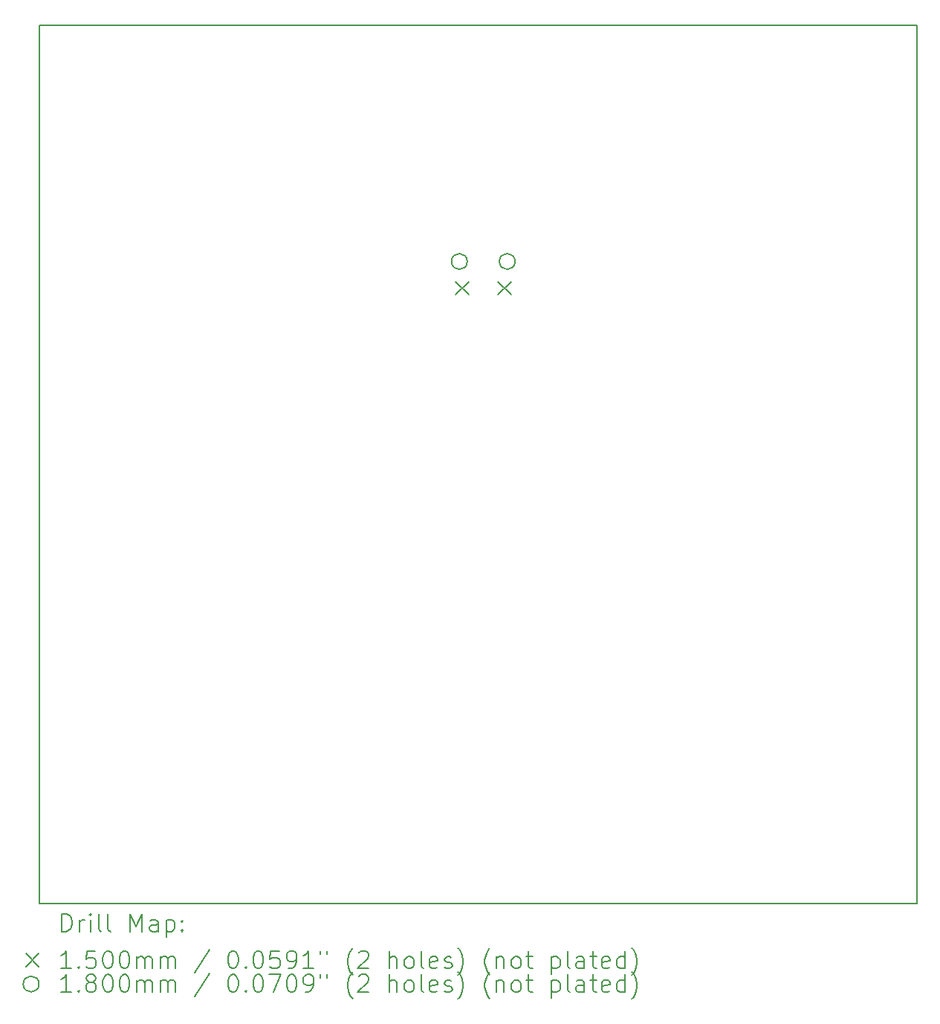
<source format=gbr>
%TF.GenerationSoftware,KiCad,Pcbnew,7.0.11+dfsg-1build4*%
%TF.CreationDate,2025-01-09T21:07:45-06:00*%
%TF.ProjectId,MCTheremin,4d435468-6572-4656-9d69-6e2e6b696361,rev?*%
%TF.SameCoordinates,Original*%
%TF.FileFunction,Drillmap*%
%TF.FilePolarity,Positive*%
%FSLAX45Y45*%
G04 Gerber Fmt 4.5, Leading zero omitted, Abs format (unit mm)*
G04 Created by KiCad (PCBNEW 7.0.11+dfsg-1build4) date 2025-01-09 21:07:45*
%MOMM*%
%LPD*%
G01*
G04 APERTURE LIST*
%ADD10C,0.150000*%
%ADD11C,0.200000*%
%ADD12C,0.180000*%
G04 APERTURE END LIST*
D10*
X5000000Y-15000000D02*
X5000000Y-5000000D01*
X15000000Y-15000000D02*
X5000000Y-15000000D01*
X5000000Y-5000000D02*
X15000000Y-5000000D01*
X15000000Y-5000000D02*
X15000000Y-15000000D01*
D11*
D10*
X9737500Y-7919300D02*
X9887500Y-8069300D01*
X9887500Y-7919300D02*
X9737500Y-8069300D01*
X10222500Y-7919300D02*
X10372500Y-8069300D01*
X10372500Y-7919300D02*
X10222500Y-8069300D01*
D12*
X9872500Y-7691300D02*
G75*
G03*
X9692500Y-7691300I-90000J0D01*
G01*
X9692500Y-7691300D02*
G75*
G03*
X9872500Y-7691300I90000J0D01*
G01*
X10417500Y-7691300D02*
G75*
G03*
X10237500Y-7691300I-90000J0D01*
G01*
X10237500Y-7691300D02*
G75*
G03*
X10417500Y-7691300I90000J0D01*
G01*
D11*
X5253277Y-15318984D02*
X5253277Y-15118984D01*
X5253277Y-15118984D02*
X5300896Y-15118984D01*
X5300896Y-15118984D02*
X5329467Y-15128508D01*
X5329467Y-15128508D02*
X5348515Y-15147555D01*
X5348515Y-15147555D02*
X5358039Y-15166603D01*
X5358039Y-15166603D02*
X5367563Y-15204698D01*
X5367563Y-15204698D02*
X5367563Y-15233269D01*
X5367563Y-15233269D02*
X5358039Y-15271365D01*
X5358039Y-15271365D02*
X5348515Y-15290412D01*
X5348515Y-15290412D02*
X5329467Y-15309460D01*
X5329467Y-15309460D02*
X5300896Y-15318984D01*
X5300896Y-15318984D02*
X5253277Y-15318984D01*
X5453277Y-15318984D02*
X5453277Y-15185650D01*
X5453277Y-15223746D02*
X5462801Y-15204698D01*
X5462801Y-15204698D02*
X5472324Y-15195174D01*
X5472324Y-15195174D02*
X5491372Y-15185650D01*
X5491372Y-15185650D02*
X5510420Y-15185650D01*
X5577086Y-15318984D02*
X5577086Y-15185650D01*
X5577086Y-15118984D02*
X5567563Y-15128508D01*
X5567563Y-15128508D02*
X5577086Y-15138031D01*
X5577086Y-15138031D02*
X5586610Y-15128508D01*
X5586610Y-15128508D02*
X5577086Y-15118984D01*
X5577086Y-15118984D02*
X5577086Y-15138031D01*
X5700896Y-15318984D02*
X5681848Y-15309460D01*
X5681848Y-15309460D02*
X5672324Y-15290412D01*
X5672324Y-15290412D02*
X5672324Y-15118984D01*
X5805658Y-15318984D02*
X5786610Y-15309460D01*
X5786610Y-15309460D02*
X5777086Y-15290412D01*
X5777086Y-15290412D02*
X5777086Y-15118984D01*
X6034229Y-15318984D02*
X6034229Y-15118984D01*
X6034229Y-15118984D02*
X6100896Y-15261841D01*
X6100896Y-15261841D02*
X6167562Y-15118984D01*
X6167562Y-15118984D02*
X6167562Y-15318984D01*
X6348515Y-15318984D02*
X6348515Y-15214222D01*
X6348515Y-15214222D02*
X6338991Y-15195174D01*
X6338991Y-15195174D02*
X6319943Y-15185650D01*
X6319943Y-15185650D02*
X6281848Y-15185650D01*
X6281848Y-15185650D02*
X6262801Y-15195174D01*
X6348515Y-15309460D02*
X6329467Y-15318984D01*
X6329467Y-15318984D02*
X6281848Y-15318984D01*
X6281848Y-15318984D02*
X6262801Y-15309460D01*
X6262801Y-15309460D02*
X6253277Y-15290412D01*
X6253277Y-15290412D02*
X6253277Y-15271365D01*
X6253277Y-15271365D02*
X6262801Y-15252317D01*
X6262801Y-15252317D02*
X6281848Y-15242793D01*
X6281848Y-15242793D02*
X6329467Y-15242793D01*
X6329467Y-15242793D02*
X6348515Y-15233269D01*
X6443753Y-15185650D02*
X6443753Y-15385650D01*
X6443753Y-15195174D02*
X6462801Y-15185650D01*
X6462801Y-15185650D02*
X6500896Y-15185650D01*
X6500896Y-15185650D02*
X6519943Y-15195174D01*
X6519943Y-15195174D02*
X6529467Y-15204698D01*
X6529467Y-15204698D02*
X6538991Y-15223746D01*
X6538991Y-15223746D02*
X6538991Y-15280888D01*
X6538991Y-15280888D02*
X6529467Y-15299936D01*
X6529467Y-15299936D02*
X6519943Y-15309460D01*
X6519943Y-15309460D02*
X6500896Y-15318984D01*
X6500896Y-15318984D02*
X6462801Y-15318984D01*
X6462801Y-15318984D02*
X6443753Y-15309460D01*
X6624705Y-15299936D02*
X6634229Y-15309460D01*
X6634229Y-15309460D02*
X6624705Y-15318984D01*
X6624705Y-15318984D02*
X6615182Y-15309460D01*
X6615182Y-15309460D02*
X6624705Y-15299936D01*
X6624705Y-15299936D02*
X6624705Y-15318984D01*
X6624705Y-15195174D02*
X6634229Y-15204698D01*
X6634229Y-15204698D02*
X6624705Y-15214222D01*
X6624705Y-15214222D02*
X6615182Y-15204698D01*
X6615182Y-15204698D02*
X6624705Y-15195174D01*
X6624705Y-15195174D02*
X6624705Y-15214222D01*
D10*
X4842500Y-15572500D02*
X4992500Y-15722500D01*
X4992500Y-15572500D02*
X4842500Y-15722500D01*
D11*
X5358039Y-15738984D02*
X5243753Y-15738984D01*
X5300896Y-15738984D02*
X5300896Y-15538984D01*
X5300896Y-15538984D02*
X5281848Y-15567555D01*
X5281848Y-15567555D02*
X5262801Y-15586603D01*
X5262801Y-15586603D02*
X5243753Y-15596127D01*
X5443753Y-15719936D02*
X5453277Y-15729460D01*
X5453277Y-15729460D02*
X5443753Y-15738984D01*
X5443753Y-15738984D02*
X5434229Y-15729460D01*
X5434229Y-15729460D02*
X5443753Y-15719936D01*
X5443753Y-15719936D02*
X5443753Y-15738984D01*
X5634229Y-15538984D02*
X5538991Y-15538984D01*
X5538991Y-15538984D02*
X5529467Y-15634222D01*
X5529467Y-15634222D02*
X5538991Y-15624698D01*
X5538991Y-15624698D02*
X5558039Y-15615174D01*
X5558039Y-15615174D02*
X5605658Y-15615174D01*
X5605658Y-15615174D02*
X5624705Y-15624698D01*
X5624705Y-15624698D02*
X5634229Y-15634222D01*
X5634229Y-15634222D02*
X5643753Y-15653269D01*
X5643753Y-15653269D02*
X5643753Y-15700888D01*
X5643753Y-15700888D02*
X5634229Y-15719936D01*
X5634229Y-15719936D02*
X5624705Y-15729460D01*
X5624705Y-15729460D02*
X5605658Y-15738984D01*
X5605658Y-15738984D02*
X5558039Y-15738984D01*
X5558039Y-15738984D02*
X5538991Y-15729460D01*
X5538991Y-15729460D02*
X5529467Y-15719936D01*
X5767562Y-15538984D02*
X5786610Y-15538984D01*
X5786610Y-15538984D02*
X5805658Y-15548508D01*
X5805658Y-15548508D02*
X5815182Y-15558031D01*
X5815182Y-15558031D02*
X5824705Y-15577079D01*
X5824705Y-15577079D02*
X5834229Y-15615174D01*
X5834229Y-15615174D02*
X5834229Y-15662793D01*
X5834229Y-15662793D02*
X5824705Y-15700888D01*
X5824705Y-15700888D02*
X5815182Y-15719936D01*
X5815182Y-15719936D02*
X5805658Y-15729460D01*
X5805658Y-15729460D02*
X5786610Y-15738984D01*
X5786610Y-15738984D02*
X5767562Y-15738984D01*
X5767562Y-15738984D02*
X5748515Y-15729460D01*
X5748515Y-15729460D02*
X5738991Y-15719936D01*
X5738991Y-15719936D02*
X5729467Y-15700888D01*
X5729467Y-15700888D02*
X5719943Y-15662793D01*
X5719943Y-15662793D02*
X5719943Y-15615174D01*
X5719943Y-15615174D02*
X5729467Y-15577079D01*
X5729467Y-15577079D02*
X5738991Y-15558031D01*
X5738991Y-15558031D02*
X5748515Y-15548508D01*
X5748515Y-15548508D02*
X5767562Y-15538984D01*
X5958039Y-15538984D02*
X5977086Y-15538984D01*
X5977086Y-15538984D02*
X5996134Y-15548508D01*
X5996134Y-15548508D02*
X6005658Y-15558031D01*
X6005658Y-15558031D02*
X6015182Y-15577079D01*
X6015182Y-15577079D02*
X6024705Y-15615174D01*
X6024705Y-15615174D02*
X6024705Y-15662793D01*
X6024705Y-15662793D02*
X6015182Y-15700888D01*
X6015182Y-15700888D02*
X6005658Y-15719936D01*
X6005658Y-15719936D02*
X5996134Y-15729460D01*
X5996134Y-15729460D02*
X5977086Y-15738984D01*
X5977086Y-15738984D02*
X5958039Y-15738984D01*
X5958039Y-15738984D02*
X5938991Y-15729460D01*
X5938991Y-15729460D02*
X5929467Y-15719936D01*
X5929467Y-15719936D02*
X5919943Y-15700888D01*
X5919943Y-15700888D02*
X5910420Y-15662793D01*
X5910420Y-15662793D02*
X5910420Y-15615174D01*
X5910420Y-15615174D02*
X5919943Y-15577079D01*
X5919943Y-15577079D02*
X5929467Y-15558031D01*
X5929467Y-15558031D02*
X5938991Y-15548508D01*
X5938991Y-15548508D02*
X5958039Y-15538984D01*
X6110420Y-15738984D02*
X6110420Y-15605650D01*
X6110420Y-15624698D02*
X6119943Y-15615174D01*
X6119943Y-15615174D02*
X6138991Y-15605650D01*
X6138991Y-15605650D02*
X6167563Y-15605650D01*
X6167563Y-15605650D02*
X6186610Y-15615174D01*
X6186610Y-15615174D02*
X6196134Y-15634222D01*
X6196134Y-15634222D02*
X6196134Y-15738984D01*
X6196134Y-15634222D02*
X6205658Y-15615174D01*
X6205658Y-15615174D02*
X6224705Y-15605650D01*
X6224705Y-15605650D02*
X6253277Y-15605650D01*
X6253277Y-15605650D02*
X6272324Y-15615174D01*
X6272324Y-15615174D02*
X6281848Y-15634222D01*
X6281848Y-15634222D02*
X6281848Y-15738984D01*
X6377086Y-15738984D02*
X6377086Y-15605650D01*
X6377086Y-15624698D02*
X6386610Y-15615174D01*
X6386610Y-15615174D02*
X6405658Y-15605650D01*
X6405658Y-15605650D02*
X6434229Y-15605650D01*
X6434229Y-15605650D02*
X6453277Y-15615174D01*
X6453277Y-15615174D02*
X6462801Y-15634222D01*
X6462801Y-15634222D02*
X6462801Y-15738984D01*
X6462801Y-15634222D02*
X6472324Y-15615174D01*
X6472324Y-15615174D02*
X6491372Y-15605650D01*
X6491372Y-15605650D02*
X6519943Y-15605650D01*
X6519943Y-15605650D02*
X6538991Y-15615174D01*
X6538991Y-15615174D02*
X6548515Y-15634222D01*
X6548515Y-15634222D02*
X6548515Y-15738984D01*
X6938991Y-15529460D02*
X6767563Y-15786603D01*
X7196134Y-15538984D02*
X7215182Y-15538984D01*
X7215182Y-15538984D02*
X7234229Y-15548508D01*
X7234229Y-15548508D02*
X7243753Y-15558031D01*
X7243753Y-15558031D02*
X7253277Y-15577079D01*
X7253277Y-15577079D02*
X7262801Y-15615174D01*
X7262801Y-15615174D02*
X7262801Y-15662793D01*
X7262801Y-15662793D02*
X7253277Y-15700888D01*
X7253277Y-15700888D02*
X7243753Y-15719936D01*
X7243753Y-15719936D02*
X7234229Y-15729460D01*
X7234229Y-15729460D02*
X7215182Y-15738984D01*
X7215182Y-15738984D02*
X7196134Y-15738984D01*
X7196134Y-15738984D02*
X7177086Y-15729460D01*
X7177086Y-15729460D02*
X7167563Y-15719936D01*
X7167563Y-15719936D02*
X7158039Y-15700888D01*
X7158039Y-15700888D02*
X7148515Y-15662793D01*
X7148515Y-15662793D02*
X7148515Y-15615174D01*
X7148515Y-15615174D02*
X7158039Y-15577079D01*
X7158039Y-15577079D02*
X7167563Y-15558031D01*
X7167563Y-15558031D02*
X7177086Y-15548508D01*
X7177086Y-15548508D02*
X7196134Y-15538984D01*
X7348515Y-15719936D02*
X7358039Y-15729460D01*
X7358039Y-15729460D02*
X7348515Y-15738984D01*
X7348515Y-15738984D02*
X7338991Y-15729460D01*
X7338991Y-15729460D02*
X7348515Y-15719936D01*
X7348515Y-15719936D02*
X7348515Y-15738984D01*
X7481848Y-15538984D02*
X7500896Y-15538984D01*
X7500896Y-15538984D02*
X7519944Y-15548508D01*
X7519944Y-15548508D02*
X7529467Y-15558031D01*
X7529467Y-15558031D02*
X7538991Y-15577079D01*
X7538991Y-15577079D02*
X7548515Y-15615174D01*
X7548515Y-15615174D02*
X7548515Y-15662793D01*
X7548515Y-15662793D02*
X7538991Y-15700888D01*
X7538991Y-15700888D02*
X7529467Y-15719936D01*
X7529467Y-15719936D02*
X7519944Y-15729460D01*
X7519944Y-15729460D02*
X7500896Y-15738984D01*
X7500896Y-15738984D02*
X7481848Y-15738984D01*
X7481848Y-15738984D02*
X7462801Y-15729460D01*
X7462801Y-15729460D02*
X7453277Y-15719936D01*
X7453277Y-15719936D02*
X7443753Y-15700888D01*
X7443753Y-15700888D02*
X7434229Y-15662793D01*
X7434229Y-15662793D02*
X7434229Y-15615174D01*
X7434229Y-15615174D02*
X7443753Y-15577079D01*
X7443753Y-15577079D02*
X7453277Y-15558031D01*
X7453277Y-15558031D02*
X7462801Y-15548508D01*
X7462801Y-15548508D02*
X7481848Y-15538984D01*
X7729467Y-15538984D02*
X7634229Y-15538984D01*
X7634229Y-15538984D02*
X7624706Y-15634222D01*
X7624706Y-15634222D02*
X7634229Y-15624698D01*
X7634229Y-15624698D02*
X7653277Y-15615174D01*
X7653277Y-15615174D02*
X7700896Y-15615174D01*
X7700896Y-15615174D02*
X7719944Y-15624698D01*
X7719944Y-15624698D02*
X7729467Y-15634222D01*
X7729467Y-15634222D02*
X7738991Y-15653269D01*
X7738991Y-15653269D02*
X7738991Y-15700888D01*
X7738991Y-15700888D02*
X7729467Y-15719936D01*
X7729467Y-15719936D02*
X7719944Y-15729460D01*
X7719944Y-15729460D02*
X7700896Y-15738984D01*
X7700896Y-15738984D02*
X7653277Y-15738984D01*
X7653277Y-15738984D02*
X7634229Y-15729460D01*
X7634229Y-15729460D02*
X7624706Y-15719936D01*
X7834229Y-15738984D02*
X7872325Y-15738984D01*
X7872325Y-15738984D02*
X7891372Y-15729460D01*
X7891372Y-15729460D02*
X7900896Y-15719936D01*
X7900896Y-15719936D02*
X7919944Y-15691365D01*
X7919944Y-15691365D02*
X7929467Y-15653269D01*
X7929467Y-15653269D02*
X7929467Y-15577079D01*
X7929467Y-15577079D02*
X7919944Y-15558031D01*
X7919944Y-15558031D02*
X7910420Y-15548508D01*
X7910420Y-15548508D02*
X7891372Y-15538984D01*
X7891372Y-15538984D02*
X7853277Y-15538984D01*
X7853277Y-15538984D02*
X7834229Y-15548508D01*
X7834229Y-15548508D02*
X7824706Y-15558031D01*
X7824706Y-15558031D02*
X7815182Y-15577079D01*
X7815182Y-15577079D02*
X7815182Y-15624698D01*
X7815182Y-15624698D02*
X7824706Y-15643746D01*
X7824706Y-15643746D02*
X7834229Y-15653269D01*
X7834229Y-15653269D02*
X7853277Y-15662793D01*
X7853277Y-15662793D02*
X7891372Y-15662793D01*
X7891372Y-15662793D02*
X7910420Y-15653269D01*
X7910420Y-15653269D02*
X7919944Y-15643746D01*
X7919944Y-15643746D02*
X7929467Y-15624698D01*
X8119944Y-15738984D02*
X8005658Y-15738984D01*
X8062801Y-15738984D02*
X8062801Y-15538984D01*
X8062801Y-15538984D02*
X8043753Y-15567555D01*
X8043753Y-15567555D02*
X8024706Y-15586603D01*
X8024706Y-15586603D02*
X8005658Y-15596127D01*
X8196134Y-15538984D02*
X8196134Y-15577079D01*
X8272325Y-15538984D02*
X8272325Y-15577079D01*
X8567563Y-15815174D02*
X8558039Y-15805650D01*
X8558039Y-15805650D02*
X8538991Y-15777079D01*
X8538991Y-15777079D02*
X8529468Y-15758031D01*
X8529468Y-15758031D02*
X8519944Y-15729460D01*
X8519944Y-15729460D02*
X8510420Y-15681841D01*
X8510420Y-15681841D02*
X8510420Y-15643746D01*
X8510420Y-15643746D02*
X8519944Y-15596127D01*
X8519944Y-15596127D02*
X8529468Y-15567555D01*
X8529468Y-15567555D02*
X8538991Y-15548508D01*
X8538991Y-15548508D02*
X8558039Y-15519936D01*
X8558039Y-15519936D02*
X8567563Y-15510412D01*
X8634230Y-15558031D02*
X8643753Y-15548508D01*
X8643753Y-15548508D02*
X8662801Y-15538984D01*
X8662801Y-15538984D02*
X8710420Y-15538984D01*
X8710420Y-15538984D02*
X8729468Y-15548508D01*
X8729468Y-15548508D02*
X8738991Y-15558031D01*
X8738991Y-15558031D02*
X8748515Y-15577079D01*
X8748515Y-15577079D02*
X8748515Y-15596127D01*
X8748515Y-15596127D02*
X8738991Y-15624698D01*
X8738991Y-15624698D02*
X8624706Y-15738984D01*
X8624706Y-15738984D02*
X8748515Y-15738984D01*
X8986611Y-15738984D02*
X8986611Y-15538984D01*
X9072325Y-15738984D02*
X9072325Y-15634222D01*
X9072325Y-15634222D02*
X9062801Y-15615174D01*
X9062801Y-15615174D02*
X9043753Y-15605650D01*
X9043753Y-15605650D02*
X9015182Y-15605650D01*
X9015182Y-15605650D02*
X8996134Y-15615174D01*
X8996134Y-15615174D02*
X8986611Y-15624698D01*
X9196134Y-15738984D02*
X9177087Y-15729460D01*
X9177087Y-15729460D02*
X9167563Y-15719936D01*
X9167563Y-15719936D02*
X9158039Y-15700888D01*
X9158039Y-15700888D02*
X9158039Y-15643746D01*
X9158039Y-15643746D02*
X9167563Y-15624698D01*
X9167563Y-15624698D02*
X9177087Y-15615174D01*
X9177087Y-15615174D02*
X9196134Y-15605650D01*
X9196134Y-15605650D02*
X9224706Y-15605650D01*
X9224706Y-15605650D02*
X9243753Y-15615174D01*
X9243753Y-15615174D02*
X9253277Y-15624698D01*
X9253277Y-15624698D02*
X9262801Y-15643746D01*
X9262801Y-15643746D02*
X9262801Y-15700888D01*
X9262801Y-15700888D02*
X9253277Y-15719936D01*
X9253277Y-15719936D02*
X9243753Y-15729460D01*
X9243753Y-15729460D02*
X9224706Y-15738984D01*
X9224706Y-15738984D02*
X9196134Y-15738984D01*
X9377087Y-15738984D02*
X9358039Y-15729460D01*
X9358039Y-15729460D02*
X9348515Y-15710412D01*
X9348515Y-15710412D02*
X9348515Y-15538984D01*
X9529468Y-15729460D02*
X9510420Y-15738984D01*
X9510420Y-15738984D02*
X9472325Y-15738984D01*
X9472325Y-15738984D02*
X9453277Y-15729460D01*
X9453277Y-15729460D02*
X9443753Y-15710412D01*
X9443753Y-15710412D02*
X9443753Y-15634222D01*
X9443753Y-15634222D02*
X9453277Y-15615174D01*
X9453277Y-15615174D02*
X9472325Y-15605650D01*
X9472325Y-15605650D02*
X9510420Y-15605650D01*
X9510420Y-15605650D02*
X9529468Y-15615174D01*
X9529468Y-15615174D02*
X9538992Y-15634222D01*
X9538992Y-15634222D02*
X9538992Y-15653269D01*
X9538992Y-15653269D02*
X9443753Y-15672317D01*
X9615182Y-15729460D02*
X9634230Y-15738984D01*
X9634230Y-15738984D02*
X9672325Y-15738984D01*
X9672325Y-15738984D02*
X9691373Y-15729460D01*
X9691373Y-15729460D02*
X9700896Y-15710412D01*
X9700896Y-15710412D02*
X9700896Y-15700888D01*
X9700896Y-15700888D02*
X9691373Y-15681841D01*
X9691373Y-15681841D02*
X9672325Y-15672317D01*
X9672325Y-15672317D02*
X9643753Y-15672317D01*
X9643753Y-15672317D02*
X9624706Y-15662793D01*
X9624706Y-15662793D02*
X9615182Y-15643746D01*
X9615182Y-15643746D02*
X9615182Y-15634222D01*
X9615182Y-15634222D02*
X9624706Y-15615174D01*
X9624706Y-15615174D02*
X9643753Y-15605650D01*
X9643753Y-15605650D02*
X9672325Y-15605650D01*
X9672325Y-15605650D02*
X9691373Y-15615174D01*
X9767563Y-15815174D02*
X9777087Y-15805650D01*
X9777087Y-15805650D02*
X9796134Y-15777079D01*
X9796134Y-15777079D02*
X9805658Y-15758031D01*
X9805658Y-15758031D02*
X9815182Y-15729460D01*
X9815182Y-15729460D02*
X9824706Y-15681841D01*
X9824706Y-15681841D02*
X9824706Y-15643746D01*
X9824706Y-15643746D02*
X9815182Y-15596127D01*
X9815182Y-15596127D02*
X9805658Y-15567555D01*
X9805658Y-15567555D02*
X9796134Y-15548508D01*
X9796134Y-15548508D02*
X9777087Y-15519936D01*
X9777087Y-15519936D02*
X9767563Y-15510412D01*
X10129468Y-15815174D02*
X10119944Y-15805650D01*
X10119944Y-15805650D02*
X10100896Y-15777079D01*
X10100896Y-15777079D02*
X10091373Y-15758031D01*
X10091373Y-15758031D02*
X10081849Y-15729460D01*
X10081849Y-15729460D02*
X10072325Y-15681841D01*
X10072325Y-15681841D02*
X10072325Y-15643746D01*
X10072325Y-15643746D02*
X10081849Y-15596127D01*
X10081849Y-15596127D02*
X10091373Y-15567555D01*
X10091373Y-15567555D02*
X10100896Y-15548508D01*
X10100896Y-15548508D02*
X10119944Y-15519936D01*
X10119944Y-15519936D02*
X10129468Y-15510412D01*
X10205658Y-15605650D02*
X10205658Y-15738984D01*
X10205658Y-15624698D02*
X10215182Y-15615174D01*
X10215182Y-15615174D02*
X10234230Y-15605650D01*
X10234230Y-15605650D02*
X10262801Y-15605650D01*
X10262801Y-15605650D02*
X10281849Y-15615174D01*
X10281849Y-15615174D02*
X10291373Y-15634222D01*
X10291373Y-15634222D02*
X10291373Y-15738984D01*
X10415182Y-15738984D02*
X10396134Y-15729460D01*
X10396134Y-15729460D02*
X10386611Y-15719936D01*
X10386611Y-15719936D02*
X10377087Y-15700888D01*
X10377087Y-15700888D02*
X10377087Y-15643746D01*
X10377087Y-15643746D02*
X10386611Y-15624698D01*
X10386611Y-15624698D02*
X10396134Y-15615174D01*
X10396134Y-15615174D02*
X10415182Y-15605650D01*
X10415182Y-15605650D02*
X10443754Y-15605650D01*
X10443754Y-15605650D02*
X10462801Y-15615174D01*
X10462801Y-15615174D02*
X10472325Y-15624698D01*
X10472325Y-15624698D02*
X10481849Y-15643746D01*
X10481849Y-15643746D02*
X10481849Y-15700888D01*
X10481849Y-15700888D02*
X10472325Y-15719936D01*
X10472325Y-15719936D02*
X10462801Y-15729460D01*
X10462801Y-15729460D02*
X10443754Y-15738984D01*
X10443754Y-15738984D02*
X10415182Y-15738984D01*
X10538992Y-15605650D02*
X10615182Y-15605650D01*
X10567563Y-15538984D02*
X10567563Y-15710412D01*
X10567563Y-15710412D02*
X10577087Y-15729460D01*
X10577087Y-15729460D02*
X10596134Y-15738984D01*
X10596134Y-15738984D02*
X10615182Y-15738984D01*
X10834230Y-15605650D02*
X10834230Y-15805650D01*
X10834230Y-15615174D02*
X10853277Y-15605650D01*
X10853277Y-15605650D02*
X10891373Y-15605650D01*
X10891373Y-15605650D02*
X10910420Y-15615174D01*
X10910420Y-15615174D02*
X10919944Y-15624698D01*
X10919944Y-15624698D02*
X10929468Y-15643746D01*
X10929468Y-15643746D02*
X10929468Y-15700888D01*
X10929468Y-15700888D02*
X10919944Y-15719936D01*
X10919944Y-15719936D02*
X10910420Y-15729460D01*
X10910420Y-15729460D02*
X10891373Y-15738984D01*
X10891373Y-15738984D02*
X10853277Y-15738984D01*
X10853277Y-15738984D02*
X10834230Y-15729460D01*
X11043754Y-15738984D02*
X11024706Y-15729460D01*
X11024706Y-15729460D02*
X11015182Y-15710412D01*
X11015182Y-15710412D02*
X11015182Y-15538984D01*
X11205658Y-15738984D02*
X11205658Y-15634222D01*
X11205658Y-15634222D02*
X11196134Y-15615174D01*
X11196134Y-15615174D02*
X11177087Y-15605650D01*
X11177087Y-15605650D02*
X11138992Y-15605650D01*
X11138992Y-15605650D02*
X11119944Y-15615174D01*
X11205658Y-15729460D02*
X11186611Y-15738984D01*
X11186611Y-15738984D02*
X11138992Y-15738984D01*
X11138992Y-15738984D02*
X11119944Y-15729460D01*
X11119944Y-15729460D02*
X11110420Y-15710412D01*
X11110420Y-15710412D02*
X11110420Y-15691365D01*
X11110420Y-15691365D02*
X11119944Y-15672317D01*
X11119944Y-15672317D02*
X11138992Y-15662793D01*
X11138992Y-15662793D02*
X11186611Y-15662793D01*
X11186611Y-15662793D02*
X11205658Y-15653269D01*
X11272325Y-15605650D02*
X11348515Y-15605650D01*
X11300896Y-15538984D02*
X11300896Y-15710412D01*
X11300896Y-15710412D02*
X11310420Y-15729460D01*
X11310420Y-15729460D02*
X11329468Y-15738984D01*
X11329468Y-15738984D02*
X11348515Y-15738984D01*
X11491373Y-15729460D02*
X11472325Y-15738984D01*
X11472325Y-15738984D02*
X11434230Y-15738984D01*
X11434230Y-15738984D02*
X11415182Y-15729460D01*
X11415182Y-15729460D02*
X11405658Y-15710412D01*
X11405658Y-15710412D02*
X11405658Y-15634222D01*
X11405658Y-15634222D02*
X11415182Y-15615174D01*
X11415182Y-15615174D02*
X11434230Y-15605650D01*
X11434230Y-15605650D02*
X11472325Y-15605650D01*
X11472325Y-15605650D02*
X11491373Y-15615174D01*
X11491373Y-15615174D02*
X11500896Y-15634222D01*
X11500896Y-15634222D02*
X11500896Y-15653269D01*
X11500896Y-15653269D02*
X11405658Y-15672317D01*
X11672325Y-15738984D02*
X11672325Y-15538984D01*
X11672325Y-15729460D02*
X11653277Y-15738984D01*
X11653277Y-15738984D02*
X11615182Y-15738984D01*
X11615182Y-15738984D02*
X11596134Y-15729460D01*
X11596134Y-15729460D02*
X11586611Y-15719936D01*
X11586611Y-15719936D02*
X11577087Y-15700888D01*
X11577087Y-15700888D02*
X11577087Y-15643746D01*
X11577087Y-15643746D02*
X11586611Y-15624698D01*
X11586611Y-15624698D02*
X11596134Y-15615174D01*
X11596134Y-15615174D02*
X11615182Y-15605650D01*
X11615182Y-15605650D02*
X11653277Y-15605650D01*
X11653277Y-15605650D02*
X11672325Y-15615174D01*
X11748515Y-15815174D02*
X11758039Y-15805650D01*
X11758039Y-15805650D02*
X11777087Y-15777079D01*
X11777087Y-15777079D02*
X11786611Y-15758031D01*
X11786611Y-15758031D02*
X11796134Y-15729460D01*
X11796134Y-15729460D02*
X11805658Y-15681841D01*
X11805658Y-15681841D02*
X11805658Y-15643746D01*
X11805658Y-15643746D02*
X11796134Y-15596127D01*
X11796134Y-15596127D02*
X11786611Y-15567555D01*
X11786611Y-15567555D02*
X11777087Y-15548508D01*
X11777087Y-15548508D02*
X11758039Y-15519936D01*
X11758039Y-15519936D02*
X11748515Y-15510412D01*
D12*
X4992500Y-15917500D02*
G75*
G03*
X4812500Y-15917500I-90000J0D01*
G01*
X4812500Y-15917500D02*
G75*
G03*
X4992500Y-15917500I90000J0D01*
G01*
D11*
X5358039Y-16008984D02*
X5243753Y-16008984D01*
X5300896Y-16008984D02*
X5300896Y-15808984D01*
X5300896Y-15808984D02*
X5281848Y-15837555D01*
X5281848Y-15837555D02*
X5262801Y-15856603D01*
X5262801Y-15856603D02*
X5243753Y-15866127D01*
X5443753Y-15989936D02*
X5453277Y-15999460D01*
X5453277Y-15999460D02*
X5443753Y-16008984D01*
X5443753Y-16008984D02*
X5434229Y-15999460D01*
X5434229Y-15999460D02*
X5443753Y-15989936D01*
X5443753Y-15989936D02*
X5443753Y-16008984D01*
X5567563Y-15894698D02*
X5548515Y-15885174D01*
X5548515Y-15885174D02*
X5538991Y-15875650D01*
X5538991Y-15875650D02*
X5529467Y-15856603D01*
X5529467Y-15856603D02*
X5529467Y-15847079D01*
X5529467Y-15847079D02*
X5538991Y-15828031D01*
X5538991Y-15828031D02*
X5548515Y-15818508D01*
X5548515Y-15818508D02*
X5567563Y-15808984D01*
X5567563Y-15808984D02*
X5605658Y-15808984D01*
X5605658Y-15808984D02*
X5624705Y-15818508D01*
X5624705Y-15818508D02*
X5634229Y-15828031D01*
X5634229Y-15828031D02*
X5643753Y-15847079D01*
X5643753Y-15847079D02*
X5643753Y-15856603D01*
X5643753Y-15856603D02*
X5634229Y-15875650D01*
X5634229Y-15875650D02*
X5624705Y-15885174D01*
X5624705Y-15885174D02*
X5605658Y-15894698D01*
X5605658Y-15894698D02*
X5567563Y-15894698D01*
X5567563Y-15894698D02*
X5548515Y-15904222D01*
X5548515Y-15904222D02*
X5538991Y-15913746D01*
X5538991Y-15913746D02*
X5529467Y-15932793D01*
X5529467Y-15932793D02*
X5529467Y-15970888D01*
X5529467Y-15970888D02*
X5538991Y-15989936D01*
X5538991Y-15989936D02*
X5548515Y-15999460D01*
X5548515Y-15999460D02*
X5567563Y-16008984D01*
X5567563Y-16008984D02*
X5605658Y-16008984D01*
X5605658Y-16008984D02*
X5624705Y-15999460D01*
X5624705Y-15999460D02*
X5634229Y-15989936D01*
X5634229Y-15989936D02*
X5643753Y-15970888D01*
X5643753Y-15970888D02*
X5643753Y-15932793D01*
X5643753Y-15932793D02*
X5634229Y-15913746D01*
X5634229Y-15913746D02*
X5624705Y-15904222D01*
X5624705Y-15904222D02*
X5605658Y-15894698D01*
X5767562Y-15808984D02*
X5786610Y-15808984D01*
X5786610Y-15808984D02*
X5805658Y-15818508D01*
X5805658Y-15818508D02*
X5815182Y-15828031D01*
X5815182Y-15828031D02*
X5824705Y-15847079D01*
X5824705Y-15847079D02*
X5834229Y-15885174D01*
X5834229Y-15885174D02*
X5834229Y-15932793D01*
X5834229Y-15932793D02*
X5824705Y-15970888D01*
X5824705Y-15970888D02*
X5815182Y-15989936D01*
X5815182Y-15989936D02*
X5805658Y-15999460D01*
X5805658Y-15999460D02*
X5786610Y-16008984D01*
X5786610Y-16008984D02*
X5767562Y-16008984D01*
X5767562Y-16008984D02*
X5748515Y-15999460D01*
X5748515Y-15999460D02*
X5738991Y-15989936D01*
X5738991Y-15989936D02*
X5729467Y-15970888D01*
X5729467Y-15970888D02*
X5719943Y-15932793D01*
X5719943Y-15932793D02*
X5719943Y-15885174D01*
X5719943Y-15885174D02*
X5729467Y-15847079D01*
X5729467Y-15847079D02*
X5738991Y-15828031D01*
X5738991Y-15828031D02*
X5748515Y-15818508D01*
X5748515Y-15818508D02*
X5767562Y-15808984D01*
X5958039Y-15808984D02*
X5977086Y-15808984D01*
X5977086Y-15808984D02*
X5996134Y-15818508D01*
X5996134Y-15818508D02*
X6005658Y-15828031D01*
X6005658Y-15828031D02*
X6015182Y-15847079D01*
X6015182Y-15847079D02*
X6024705Y-15885174D01*
X6024705Y-15885174D02*
X6024705Y-15932793D01*
X6024705Y-15932793D02*
X6015182Y-15970888D01*
X6015182Y-15970888D02*
X6005658Y-15989936D01*
X6005658Y-15989936D02*
X5996134Y-15999460D01*
X5996134Y-15999460D02*
X5977086Y-16008984D01*
X5977086Y-16008984D02*
X5958039Y-16008984D01*
X5958039Y-16008984D02*
X5938991Y-15999460D01*
X5938991Y-15999460D02*
X5929467Y-15989936D01*
X5929467Y-15989936D02*
X5919943Y-15970888D01*
X5919943Y-15970888D02*
X5910420Y-15932793D01*
X5910420Y-15932793D02*
X5910420Y-15885174D01*
X5910420Y-15885174D02*
X5919943Y-15847079D01*
X5919943Y-15847079D02*
X5929467Y-15828031D01*
X5929467Y-15828031D02*
X5938991Y-15818508D01*
X5938991Y-15818508D02*
X5958039Y-15808984D01*
X6110420Y-16008984D02*
X6110420Y-15875650D01*
X6110420Y-15894698D02*
X6119943Y-15885174D01*
X6119943Y-15885174D02*
X6138991Y-15875650D01*
X6138991Y-15875650D02*
X6167563Y-15875650D01*
X6167563Y-15875650D02*
X6186610Y-15885174D01*
X6186610Y-15885174D02*
X6196134Y-15904222D01*
X6196134Y-15904222D02*
X6196134Y-16008984D01*
X6196134Y-15904222D02*
X6205658Y-15885174D01*
X6205658Y-15885174D02*
X6224705Y-15875650D01*
X6224705Y-15875650D02*
X6253277Y-15875650D01*
X6253277Y-15875650D02*
X6272324Y-15885174D01*
X6272324Y-15885174D02*
X6281848Y-15904222D01*
X6281848Y-15904222D02*
X6281848Y-16008984D01*
X6377086Y-16008984D02*
X6377086Y-15875650D01*
X6377086Y-15894698D02*
X6386610Y-15885174D01*
X6386610Y-15885174D02*
X6405658Y-15875650D01*
X6405658Y-15875650D02*
X6434229Y-15875650D01*
X6434229Y-15875650D02*
X6453277Y-15885174D01*
X6453277Y-15885174D02*
X6462801Y-15904222D01*
X6462801Y-15904222D02*
X6462801Y-16008984D01*
X6462801Y-15904222D02*
X6472324Y-15885174D01*
X6472324Y-15885174D02*
X6491372Y-15875650D01*
X6491372Y-15875650D02*
X6519943Y-15875650D01*
X6519943Y-15875650D02*
X6538991Y-15885174D01*
X6538991Y-15885174D02*
X6548515Y-15904222D01*
X6548515Y-15904222D02*
X6548515Y-16008984D01*
X6938991Y-15799460D02*
X6767563Y-16056603D01*
X7196134Y-15808984D02*
X7215182Y-15808984D01*
X7215182Y-15808984D02*
X7234229Y-15818508D01*
X7234229Y-15818508D02*
X7243753Y-15828031D01*
X7243753Y-15828031D02*
X7253277Y-15847079D01*
X7253277Y-15847079D02*
X7262801Y-15885174D01*
X7262801Y-15885174D02*
X7262801Y-15932793D01*
X7262801Y-15932793D02*
X7253277Y-15970888D01*
X7253277Y-15970888D02*
X7243753Y-15989936D01*
X7243753Y-15989936D02*
X7234229Y-15999460D01*
X7234229Y-15999460D02*
X7215182Y-16008984D01*
X7215182Y-16008984D02*
X7196134Y-16008984D01*
X7196134Y-16008984D02*
X7177086Y-15999460D01*
X7177086Y-15999460D02*
X7167563Y-15989936D01*
X7167563Y-15989936D02*
X7158039Y-15970888D01*
X7158039Y-15970888D02*
X7148515Y-15932793D01*
X7148515Y-15932793D02*
X7148515Y-15885174D01*
X7148515Y-15885174D02*
X7158039Y-15847079D01*
X7158039Y-15847079D02*
X7167563Y-15828031D01*
X7167563Y-15828031D02*
X7177086Y-15818508D01*
X7177086Y-15818508D02*
X7196134Y-15808984D01*
X7348515Y-15989936D02*
X7358039Y-15999460D01*
X7358039Y-15999460D02*
X7348515Y-16008984D01*
X7348515Y-16008984D02*
X7338991Y-15999460D01*
X7338991Y-15999460D02*
X7348515Y-15989936D01*
X7348515Y-15989936D02*
X7348515Y-16008984D01*
X7481848Y-15808984D02*
X7500896Y-15808984D01*
X7500896Y-15808984D02*
X7519944Y-15818508D01*
X7519944Y-15818508D02*
X7529467Y-15828031D01*
X7529467Y-15828031D02*
X7538991Y-15847079D01*
X7538991Y-15847079D02*
X7548515Y-15885174D01*
X7548515Y-15885174D02*
X7548515Y-15932793D01*
X7548515Y-15932793D02*
X7538991Y-15970888D01*
X7538991Y-15970888D02*
X7529467Y-15989936D01*
X7529467Y-15989936D02*
X7519944Y-15999460D01*
X7519944Y-15999460D02*
X7500896Y-16008984D01*
X7500896Y-16008984D02*
X7481848Y-16008984D01*
X7481848Y-16008984D02*
X7462801Y-15999460D01*
X7462801Y-15999460D02*
X7453277Y-15989936D01*
X7453277Y-15989936D02*
X7443753Y-15970888D01*
X7443753Y-15970888D02*
X7434229Y-15932793D01*
X7434229Y-15932793D02*
X7434229Y-15885174D01*
X7434229Y-15885174D02*
X7443753Y-15847079D01*
X7443753Y-15847079D02*
X7453277Y-15828031D01*
X7453277Y-15828031D02*
X7462801Y-15818508D01*
X7462801Y-15818508D02*
X7481848Y-15808984D01*
X7615182Y-15808984D02*
X7748515Y-15808984D01*
X7748515Y-15808984D02*
X7662801Y-16008984D01*
X7862801Y-15808984D02*
X7881848Y-15808984D01*
X7881848Y-15808984D02*
X7900896Y-15818508D01*
X7900896Y-15818508D02*
X7910420Y-15828031D01*
X7910420Y-15828031D02*
X7919944Y-15847079D01*
X7919944Y-15847079D02*
X7929467Y-15885174D01*
X7929467Y-15885174D02*
X7929467Y-15932793D01*
X7929467Y-15932793D02*
X7919944Y-15970888D01*
X7919944Y-15970888D02*
X7910420Y-15989936D01*
X7910420Y-15989936D02*
X7900896Y-15999460D01*
X7900896Y-15999460D02*
X7881848Y-16008984D01*
X7881848Y-16008984D02*
X7862801Y-16008984D01*
X7862801Y-16008984D02*
X7843753Y-15999460D01*
X7843753Y-15999460D02*
X7834229Y-15989936D01*
X7834229Y-15989936D02*
X7824706Y-15970888D01*
X7824706Y-15970888D02*
X7815182Y-15932793D01*
X7815182Y-15932793D02*
X7815182Y-15885174D01*
X7815182Y-15885174D02*
X7824706Y-15847079D01*
X7824706Y-15847079D02*
X7834229Y-15828031D01*
X7834229Y-15828031D02*
X7843753Y-15818508D01*
X7843753Y-15818508D02*
X7862801Y-15808984D01*
X8024706Y-16008984D02*
X8062801Y-16008984D01*
X8062801Y-16008984D02*
X8081848Y-15999460D01*
X8081848Y-15999460D02*
X8091372Y-15989936D01*
X8091372Y-15989936D02*
X8110420Y-15961365D01*
X8110420Y-15961365D02*
X8119944Y-15923269D01*
X8119944Y-15923269D02*
X8119944Y-15847079D01*
X8119944Y-15847079D02*
X8110420Y-15828031D01*
X8110420Y-15828031D02*
X8100896Y-15818508D01*
X8100896Y-15818508D02*
X8081848Y-15808984D01*
X8081848Y-15808984D02*
X8043753Y-15808984D01*
X8043753Y-15808984D02*
X8024706Y-15818508D01*
X8024706Y-15818508D02*
X8015182Y-15828031D01*
X8015182Y-15828031D02*
X8005658Y-15847079D01*
X8005658Y-15847079D02*
X8005658Y-15894698D01*
X8005658Y-15894698D02*
X8015182Y-15913746D01*
X8015182Y-15913746D02*
X8024706Y-15923269D01*
X8024706Y-15923269D02*
X8043753Y-15932793D01*
X8043753Y-15932793D02*
X8081848Y-15932793D01*
X8081848Y-15932793D02*
X8100896Y-15923269D01*
X8100896Y-15923269D02*
X8110420Y-15913746D01*
X8110420Y-15913746D02*
X8119944Y-15894698D01*
X8196134Y-15808984D02*
X8196134Y-15847079D01*
X8272325Y-15808984D02*
X8272325Y-15847079D01*
X8567563Y-16085174D02*
X8558039Y-16075650D01*
X8558039Y-16075650D02*
X8538991Y-16047079D01*
X8538991Y-16047079D02*
X8529468Y-16028031D01*
X8529468Y-16028031D02*
X8519944Y-15999460D01*
X8519944Y-15999460D02*
X8510420Y-15951841D01*
X8510420Y-15951841D02*
X8510420Y-15913746D01*
X8510420Y-15913746D02*
X8519944Y-15866127D01*
X8519944Y-15866127D02*
X8529468Y-15837555D01*
X8529468Y-15837555D02*
X8538991Y-15818508D01*
X8538991Y-15818508D02*
X8558039Y-15789936D01*
X8558039Y-15789936D02*
X8567563Y-15780412D01*
X8634230Y-15828031D02*
X8643753Y-15818508D01*
X8643753Y-15818508D02*
X8662801Y-15808984D01*
X8662801Y-15808984D02*
X8710420Y-15808984D01*
X8710420Y-15808984D02*
X8729468Y-15818508D01*
X8729468Y-15818508D02*
X8738991Y-15828031D01*
X8738991Y-15828031D02*
X8748515Y-15847079D01*
X8748515Y-15847079D02*
X8748515Y-15866127D01*
X8748515Y-15866127D02*
X8738991Y-15894698D01*
X8738991Y-15894698D02*
X8624706Y-16008984D01*
X8624706Y-16008984D02*
X8748515Y-16008984D01*
X8986611Y-16008984D02*
X8986611Y-15808984D01*
X9072325Y-16008984D02*
X9072325Y-15904222D01*
X9072325Y-15904222D02*
X9062801Y-15885174D01*
X9062801Y-15885174D02*
X9043753Y-15875650D01*
X9043753Y-15875650D02*
X9015182Y-15875650D01*
X9015182Y-15875650D02*
X8996134Y-15885174D01*
X8996134Y-15885174D02*
X8986611Y-15894698D01*
X9196134Y-16008984D02*
X9177087Y-15999460D01*
X9177087Y-15999460D02*
X9167563Y-15989936D01*
X9167563Y-15989936D02*
X9158039Y-15970888D01*
X9158039Y-15970888D02*
X9158039Y-15913746D01*
X9158039Y-15913746D02*
X9167563Y-15894698D01*
X9167563Y-15894698D02*
X9177087Y-15885174D01*
X9177087Y-15885174D02*
X9196134Y-15875650D01*
X9196134Y-15875650D02*
X9224706Y-15875650D01*
X9224706Y-15875650D02*
X9243753Y-15885174D01*
X9243753Y-15885174D02*
X9253277Y-15894698D01*
X9253277Y-15894698D02*
X9262801Y-15913746D01*
X9262801Y-15913746D02*
X9262801Y-15970888D01*
X9262801Y-15970888D02*
X9253277Y-15989936D01*
X9253277Y-15989936D02*
X9243753Y-15999460D01*
X9243753Y-15999460D02*
X9224706Y-16008984D01*
X9224706Y-16008984D02*
X9196134Y-16008984D01*
X9377087Y-16008984D02*
X9358039Y-15999460D01*
X9358039Y-15999460D02*
X9348515Y-15980412D01*
X9348515Y-15980412D02*
X9348515Y-15808984D01*
X9529468Y-15999460D02*
X9510420Y-16008984D01*
X9510420Y-16008984D02*
X9472325Y-16008984D01*
X9472325Y-16008984D02*
X9453277Y-15999460D01*
X9453277Y-15999460D02*
X9443753Y-15980412D01*
X9443753Y-15980412D02*
X9443753Y-15904222D01*
X9443753Y-15904222D02*
X9453277Y-15885174D01*
X9453277Y-15885174D02*
X9472325Y-15875650D01*
X9472325Y-15875650D02*
X9510420Y-15875650D01*
X9510420Y-15875650D02*
X9529468Y-15885174D01*
X9529468Y-15885174D02*
X9538992Y-15904222D01*
X9538992Y-15904222D02*
X9538992Y-15923269D01*
X9538992Y-15923269D02*
X9443753Y-15942317D01*
X9615182Y-15999460D02*
X9634230Y-16008984D01*
X9634230Y-16008984D02*
X9672325Y-16008984D01*
X9672325Y-16008984D02*
X9691373Y-15999460D01*
X9691373Y-15999460D02*
X9700896Y-15980412D01*
X9700896Y-15980412D02*
X9700896Y-15970888D01*
X9700896Y-15970888D02*
X9691373Y-15951841D01*
X9691373Y-15951841D02*
X9672325Y-15942317D01*
X9672325Y-15942317D02*
X9643753Y-15942317D01*
X9643753Y-15942317D02*
X9624706Y-15932793D01*
X9624706Y-15932793D02*
X9615182Y-15913746D01*
X9615182Y-15913746D02*
X9615182Y-15904222D01*
X9615182Y-15904222D02*
X9624706Y-15885174D01*
X9624706Y-15885174D02*
X9643753Y-15875650D01*
X9643753Y-15875650D02*
X9672325Y-15875650D01*
X9672325Y-15875650D02*
X9691373Y-15885174D01*
X9767563Y-16085174D02*
X9777087Y-16075650D01*
X9777087Y-16075650D02*
X9796134Y-16047079D01*
X9796134Y-16047079D02*
X9805658Y-16028031D01*
X9805658Y-16028031D02*
X9815182Y-15999460D01*
X9815182Y-15999460D02*
X9824706Y-15951841D01*
X9824706Y-15951841D02*
X9824706Y-15913746D01*
X9824706Y-15913746D02*
X9815182Y-15866127D01*
X9815182Y-15866127D02*
X9805658Y-15837555D01*
X9805658Y-15837555D02*
X9796134Y-15818508D01*
X9796134Y-15818508D02*
X9777087Y-15789936D01*
X9777087Y-15789936D02*
X9767563Y-15780412D01*
X10129468Y-16085174D02*
X10119944Y-16075650D01*
X10119944Y-16075650D02*
X10100896Y-16047079D01*
X10100896Y-16047079D02*
X10091373Y-16028031D01*
X10091373Y-16028031D02*
X10081849Y-15999460D01*
X10081849Y-15999460D02*
X10072325Y-15951841D01*
X10072325Y-15951841D02*
X10072325Y-15913746D01*
X10072325Y-15913746D02*
X10081849Y-15866127D01*
X10081849Y-15866127D02*
X10091373Y-15837555D01*
X10091373Y-15837555D02*
X10100896Y-15818508D01*
X10100896Y-15818508D02*
X10119944Y-15789936D01*
X10119944Y-15789936D02*
X10129468Y-15780412D01*
X10205658Y-15875650D02*
X10205658Y-16008984D01*
X10205658Y-15894698D02*
X10215182Y-15885174D01*
X10215182Y-15885174D02*
X10234230Y-15875650D01*
X10234230Y-15875650D02*
X10262801Y-15875650D01*
X10262801Y-15875650D02*
X10281849Y-15885174D01*
X10281849Y-15885174D02*
X10291373Y-15904222D01*
X10291373Y-15904222D02*
X10291373Y-16008984D01*
X10415182Y-16008984D02*
X10396134Y-15999460D01*
X10396134Y-15999460D02*
X10386611Y-15989936D01*
X10386611Y-15989936D02*
X10377087Y-15970888D01*
X10377087Y-15970888D02*
X10377087Y-15913746D01*
X10377087Y-15913746D02*
X10386611Y-15894698D01*
X10386611Y-15894698D02*
X10396134Y-15885174D01*
X10396134Y-15885174D02*
X10415182Y-15875650D01*
X10415182Y-15875650D02*
X10443754Y-15875650D01*
X10443754Y-15875650D02*
X10462801Y-15885174D01*
X10462801Y-15885174D02*
X10472325Y-15894698D01*
X10472325Y-15894698D02*
X10481849Y-15913746D01*
X10481849Y-15913746D02*
X10481849Y-15970888D01*
X10481849Y-15970888D02*
X10472325Y-15989936D01*
X10472325Y-15989936D02*
X10462801Y-15999460D01*
X10462801Y-15999460D02*
X10443754Y-16008984D01*
X10443754Y-16008984D02*
X10415182Y-16008984D01*
X10538992Y-15875650D02*
X10615182Y-15875650D01*
X10567563Y-15808984D02*
X10567563Y-15980412D01*
X10567563Y-15980412D02*
X10577087Y-15999460D01*
X10577087Y-15999460D02*
X10596134Y-16008984D01*
X10596134Y-16008984D02*
X10615182Y-16008984D01*
X10834230Y-15875650D02*
X10834230Y-16075650D01*
X10834230Y-15885174D02*
X10853277Y-15875650D01*
X10853277Y-15875650D02*
X10891373Y-15875650D01*
X10891373Y-15875650D02*
X10910420Y-15885174D01*
X10910420Y-15885174D02*
X10919944Y-15894698D01*
X10919944Y-15894698D02*
X10929468Y-15913746D01*
X10929468Y-15913746D02*
X10929468Y-15970888D01*
X10929468Y-15970888D02*
X10919944Y-15989936D01*
X10919944Y-15989936D02*
X10910420Y-15999460D01*
X10910420Y-15999460D02*
X10891373Y-16008984D01*
X10891373Y-16008984D02*
X10853277Y-16008984D01*
X10853277Y-16008984D02*
X10834230Y-15999460D01*
X11043754Y-16008984D02*
X11024706Y-15999460D01*
X11024706Y-15999460D02*
X11015182Y-15980412D01*
X11015182Y-15980412D02*
X11015182Y-15808984D01*
X11205658Y-16008984D02*
X11205658Y-15904222D01*
X11205658Y-15904222D02*
X11196134Y-15885174D01*
X11196134Y-15885174D02*
X11177087Y-15875650D01*
X11177087Y-15875650D02*
X11138992Y-15875650D01*
X11138992Y-15875650D02*
X11119944Y-15885174D01*
X11205658Y-15999460D02*
X11186611Y-16008984D01*
X11186611Y-16008984D02*
X11138992Y-16008984D01*
X11138992Y-16008984D02*
X11119944Y-15999460D01*
X11119944Y-15999460D02*
X11110420Y-15980412D01*
X11110420Y-15980412D02*
X11110420Y-15961365D01*
X11110420Y-15961365D02*
X11119944Y-15942317D01*
X11119944Y-15942317D02*
X11138992Y-15932793D01*
X11138992Y-15932793D02*
X11186611Y-15932793D01*
X11186611Y-15932793D02*
X11205658Y-15923269D01*
X11272325Y-15875650D02*
X11348515Y-15875650D01*
X11300896Y-15808984D02*
X11300896Y-15980412D01*
X11300896Y-15980412D02*
X11310420Y-15999460D01*
X11310420Y-15999460D02*
X11329468Y-16008984D01*
X11329468Y-16008984D02*
X11348515Y-16008984D01*
X11491373Y-15999460D02*
X11472325Y-16008984D01*
X11472325Y-16008984D02*
X11434230Y-16008984D01*
X11434230Y-16008984D02*
X11415182Y-15999460D01*
X11415182Y-15999460D02*
X11405658Y-15980412D01*
X11405658Y-15980412D02*
X11405658Y-15904222D01*
X11405658Y-15904222D02*
X11415182Y-15885174D01*
X11415182Y-15885174D02*
X11434230Y-15875650D01*
X11434230Y-15875650D02*
X11472325Y-15875650D01*
X11472325Y-15875650D02*
X11491373Y-15885174D01*
X11491373Y-15885174D02*
X11500896Y-15904222D01*
X11500896Y-15904222D02*
X11500896Y-15923269D01*
X11500896Y-15923269D02*
X11405658Y-15942317D01*
X11672325Y-16008984D02*
X11672325Y-15808984D01*
X11672325Y-15999460D02*
X11653277Y-16008984D01*
X11653277Y-16008984D02*
X11615182Y-16008984D01*
X11615182Y-16008984D02*
X11596134Y-15999460D01*
X11596134Y-15999460D02*
X11586611Y-15989936D01*
X11586611Y-15989936D02*
X11577087Y-15970888D01*
X11577087Y-15970888D02*
X11577087Y-15913746D01*
X11577087Y-15913746D02*
X11586611Y-15894698D01*
X11586611Y-15894698D02*
X11596134Y-15885174D01*
X11596134Y-15885174D02*
X11615182Y-15875650D01*
X11615182Y-15875650D02*
X11653277Y-15875650D01*
X11653277Y-15875650D02*
X11672325Y-15885174D01*
X11748515Y-16085174D02*
X11758039Y-16075650D01*
X11758039Y-16075650D02*
X11777087Y-16047079D01*
X11777087Y-16047079D02*
X11786611Y-16028031D01*
X11786611Y-16028031D02*
X11796134Y-15999460D01*
X11796134Y-15999460D02*
X11805658Y-15951841D01*
X11805658Y-15951841D02*
X11805658Y-15913746D01*
X11805658Y-15913746D02*
X11796134Y-15866127D01*
X11796134Y-15866127D02*
X11786611Y-15837555D01*
X11786611Y-15837555D02*
X11777087Y-15818508D01*
X11777087Y-15818508D02*
X11758039Y-15789936D01*
X11758039Y-15789936D02*
X11748515Y-15780412D01*
M02*

</source>
